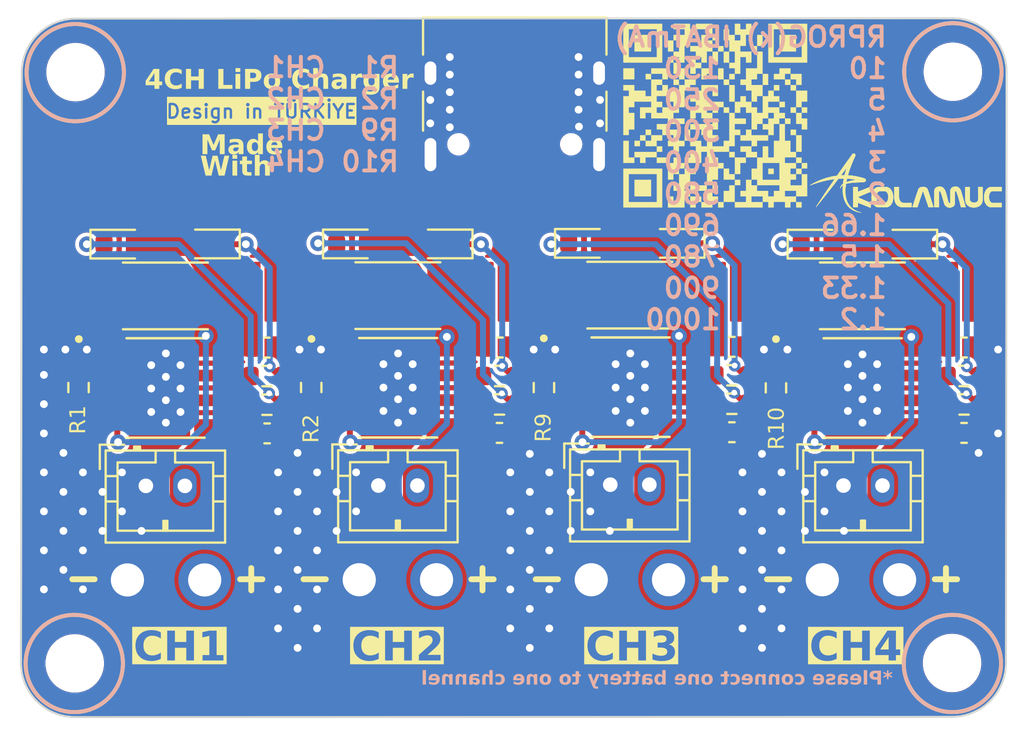
<source format=kicad_pcb>
(kicad_pcb (version 20221018) (generator pcbnew)
  (title_block (title "4CH USB Li-Po Charger") (date "2024-04-13") (rev "1.0") (company "Kolamuck Design") (comment 1 "alperen.kolamu@gmail.com") (comment 2 "Alperen KOLAMUÇ"))
  (layers (0 "F.Cu" signal) (31 "B.Cu" signal) (34 "B.Paste" user) (35 "F.Paste" user) (36 "B.SilkS" user "B.Silkscreen") (37 "F.SilkS" user "F.Silkscreen") (38 "B.Mask" user) (39 "F.Mask" user) (44 "Edge.Cuts" user))
  (net 0 "")
  (net 1 "/BAT2")
  (net 2 "GND")
  (net 3 "/BAT1")
  (net 4 "Net-(D1-A)")
  (net 5 "Net-(D2-A)")
  (net 6 "Net-(D1-K)")
  (net 7 "Net-(D2-K)")
  (net 8 "Net-(D3-K)")
  (net 9 "Net-(D4-K)")
  (net 10 "Net-(U1-PROG)")
  (net 11 "Net-(U2-PROG)")
  (net 12 "VBUS")
  (net 13 "Net-(U1-~{STDBY})")
  (net 14 "Net-(U1-~{CHRG})")
  (net 15 "Net-(U2-~{STDBY})")
  (net 16 "Net-(U2-~{CHRG})")
  (net 17 "Net-(D5-A)")
  (net 18 "Net-(D6-A)")
  (net 19 "Net-(D5-K)")
  (net 20 "Net-(D6-K)")
  (net 21 "Net-(D7-K)")
  (net 22 "Net-(D8-K)")
  (net 31 "Net-(U3-PROG)")
  (net 32 "Net-(U4-PROG)")
  (net 33 "Net-(U3-~{STDBY})")
  (net 34 "Net-(U3-~{CHRG})")
  (net 35 "Net-(U4-~{STDBY})")
  (net 36 "Net-(U4-~{CHRG})")
  (net 37 "/BAT4")
  (net 38 "/BAT3")
  (footprint "Capacitor_SMD:C_0603_1608Metric" (layer "F.Cu") (at 160.255 96.56)
    (fp_text reference "C8" hide)
    (fp_text value "10uF" hide)
  )
  (footprint "LED_SMD:LED_0603_1608Metric" (layer "F.Cu") (at 140.79 91.285)
    (fp_text reference "D1" hide)
    (fp_text value "GREEN" hide)
  )
  (footprint "MountingHole:MountingHole_2.5mm" (layer "F.Cu") (at 126.58 112.795)
    (fp_text reference "REF**" hide)
    (fp_text value "MountingHole_2.5mm" hide)
  )
  (footprint "LED_SMD:LED_0603_1608Metric" (layer "F.Cu") (at 133.5525 91.285 180)
    (fp_text reference "D4" hide)
    (fp_text value "RED" hide)
  )
  (footprint "Resistor_SMD:R_0603_1608Metric" (layer "F.Cu") (at 126.775 98.65 90)
    (fp_text reference "R2" hide)
    (fp_text value "1.2K" hide)
  )
  (footprint "Capacitor_SMD:C_0603_1608Metric" (layer "F.Cu") (at 136.44 101)
    (fp_text reference "C2" hide)
    (fp_text value "10uF" hide)
  )
  (footprint "MountingHole:MountingHole_2.5mm" (layer "F.Cu") (at 171.58 82.455)
    (fp_text reference "REF**" hide)
    (fp_text value "MountingHole_2.5mm" hide)
  )
  (footprint "Connector_JST:JST_PH_B2B-PH-K_1x02_P2.00mm_Vertical" (layer "F.Cu") (at 154.025 103.63)
    (fp_text reference "J6" hide)
    (fp_text value "PH2.0" hide)
  )
  (footprint "Connector_JST:JST_VH_B2P-VH-FB-B_1x02_P3.96mm_Vertical" (layer "F.Cu") (at 166.95 108.505)
    (fp_text reference "J9" hide)
    (fp_text value "Conn_01x02_Pin" hide)
  )
  (footprint "Connector_JST:JST_PH_B2B-PH-K_1x02_P2.00mm_Vertical" (layer "F.Cu") (at 165.975 103.675)
    (fp_text reference "J8" hide)
    (fp_text value "PH2.0" hide)
  )
  (footprint "MountingHole:MountingHole_2.5mm" (layer "F.Cu") (at 171.54 112.775)
    (fp_text reference "REF**" hide)
    (fp_text value "MountingHole_2.5mm" hide)
  )
  (footprint "Resistor_SMD:R_0603_1608Metric" (layer "F.Cu") (at 136.43 99.53)
    (fp_text reference "R7" hide)
    (fp_text value "1K" hide)
  )
  (footprint "Connector_USB:USB_C_Receptacle_HRO_TYPE-C-31-M-12" (layer "F.Cu") (at 149.13 83.575 180)
    (fp_text reference "J1" hide)
    (fp_text value "TYPE-C" hide)
  )
  (footprint "LED_SMD:LED_0603_1608Metric" (layer "F.Cu") (at 145.48 91.285 180)
    (fp_text reference "D3" hide)
    (fp_text value "RED" hide)
  )
  (footprint "Resistor_SMD:R_0603_1608Metric" (layer "F.Cu") (at 162.515 98.665 90)
    (fp_text reference "R9" hide)
    (fp_text value "1.2K" hide)
  )
  (footprint "Capacitor_SMD:C_0603_1608Metric" (layer "F.Cu") (at 160.255 100.94)
    (fp_text reference "C6" hide)
    (fp_text value "10uF" hide)
  )
  (footprint "Resistor_SMD:R_0603_1608Metric" (layer "F.Cu") (at 172.155 98.055 180)
    (fp_text reference "R14" hide)
    (fp_text value "1K" hide)
  )
  (footprint "Resistor_SMD:R_0603_1608Metric" (layer "F.Cu") (at 160.255 99.48)
    (fp_text reference "R15" hide)
    (fp_text value "1K" hide)
  )
  (footprint "Resistor_SMD:R_0603_1608Metric" (layer "F.Cu") (at 150.625 98.65 90)
    (fp_text reference "R10" hide)
    (fp_text value "1.2K" hide)
  )
  (footprint "Resistor_SMD:R_0603_1608Metric" (layer "F.Cu") (at 172.155 99.515)
    (fp_text reference "R13" hide)
    (fp_text value "1K" hide)
  )
  (footprint "LED_SMD:LED_0603_1608Metric" (layer "F.Cu") (at 164.6 91.295)
    (fp_text reference "D5" hide)
    (fp_text value "GREEN" hide)
  )
  (footprint "Resistor_SMD:R_2512_6332Metric" (layer "F.Cu") (at 166.945 93.945 180)
    (fp_text reference "R11" hide)
    (fp_text value "0.4R" hide)
  )
  (footprint "LED_SMD:LED_0603_1608Metric" (layer "F.Cu") (at 169.29 91.295 180)
    (fp_text reference "D7" hide)
    (fp_text value "RED" hide)
  )
  (footprint "LOGO" (layer "F.Cu") (at 159.4 84.7)
    (fp_text reference "G***" hide)
    (fp_text value "LOGO" hide)
  )
  (footprint "Resistor_SMD:R_2512_6332Metric" (layer "F.Cu") (at 131.225 93.95 180)
    (fp_text reference "R4" hide)
    (fp_text value "0.4R" hide)
  )
  (footprint "Capacitor_SMD:C_0603_1608Metric" (layer "F.Cu") (at 136.425 96.6)
    (fp_text reference "C4" hide)
    (fp_text value "10uF" hide)
  )
  (footprint "Capacitor_SMD:C_0603_1608Metric" (layer "F.Cu") (at 172.155 96.595)
    (fp_text reference "C7" hide)
    (fp_text value "10uF" hide)
  )
  (footprint "Library:SOP127P600X175-9N" (layer "F.Cu") (at 166.96 98.67)
    (fp_text reference "U3" hide)
    (fp_text value "TP4056" hide)
  )
  (footprint "Capacitor_SMD:C_0603_1608Metric" (layer "F.Cu") (at 148.345 100.975)
    (fp_text reference "C1" hide)
    (fp_text value "10uF" hide)
  )
  (footprint "Capacitor_SMD:C_0603_1608Metric" (layer "F.Cu") (at 172.155 100.975)
    (fp_text reference "C5" hide)
    (fp_text value "10uF" hide)
  )
  (footprint "Resistor_SMD:R_0603_1608Metric" (layer "F.Cu") (at 148.35 99.515)
    (fp_text reference "R5" hide)
    (fp_text value "1K" hide)
  )
  (footprint "Connector_JST:JST_PH_B2B-PH-K_1x02_P2.00mm_Vertical" (layer "F.Cu") (at 142.14 103.675)
    (fp_text reference "J4" hide)
    (fp_text value "PH2.0" hide)
  )
  (footprint "Library:SOP127P600X175-9N" (layer "F.Cu") (at 155.065 98.63)
    (fp_text reference "U4" hide)
    (fp_text value "TP4056" hide)
  )
  (footprint "Resistor_SMD:R_0603_1608Metric" (layer "F.Cu") (at 160.255 98.02 180)
    (fp_text reference "R16" hide)
    (fp_text value "1K" hide)
  )
  (footprint "MountingHole:MountingHole_2.5mm" (layer "F.Cu") (at 126.62 82.475)
    (fp_text reference "REF**" hide)
    (fp_text value "MountingHole_2.5mm" hide)
  )
  (footprint "Alperen:KOLAMUC_LOGO" (layer "F.Cu") (at 164.16625 89.80625)
    (fp_text reference "REF**" hide)
    (fp_text value "KOLAMUC_LOGO" hide)
  )
  (footprint "Resistor_SMD:R_2512_6332Metric" (layer "F.Cu") (at 155.025 93.91 180)
    (fp_text reference "R12" hide)
    (fp_text value "0.4R" hide)
  )
  (footprint "LED_SMD:LED_0603_1608Metric" (layer "F.Cu") (at 128.87 91.295)
    (fp_text reference "D2" hide)
    (fp_text value "GREEN" hide)
  )
  (footprint "Connector_JST:JST_VH_B2P-VH-FB-B_1x02_P3.96mm_Vertical" (layer "F.Cu") (at 143.22 108.505)
    (fp_text reference "J5" hide)
    (fp_text value "Conn_01x02_Pin" hide)
  )
  (footprint "Resistor_SMD:R_0603_1608Metric" (layer "F.Cu") (at 138.7 98.645 90)
    (fp_text reference "R1" hide)
    (fp_text value "1.2K" hide)
  )
  (footprint "Resistor_SMD:R_0603_1608Metric" (layer "F.Cu") (at 148.35 98.055 180)
    (fp_text reference "R6" hide)
    (fp_text value "1K" hide)
  )
  (footprint "Connector_JST:JST_VH_B2P-VH-FB-B_1x02_P3.96mm_Vertical" (layer "F.Cu") (at 131.34 108.515)
    (fp_text reference "J3" hide)
    (fp_text value "Conn_01x02_Pin" hide)
  )
  (footprint "Resistor_SMD:R_0603_1608Metric" (layer "F.Cu") (at 136.43 98.06 180)
    (fp_text reference "R8" hide)
    (fp_text value "1K" hide)
  )
  (footprint "LED_SMD:LED_0603_1608Metric" (layer "F.Cu") (at 157.37 91.255 180)
    (fp_text reference "D8" hide)
    (fp_text value "RED" hide)
  )
  (footprint "Connector_JST:JST_VH_B2P-VH-FB-B_1x02_P3.96mm_Vertical" (layer "F.Cu") (at 155.11 108.505)
    (fp_text reference "J7" hide)
    (fp_text value "Conn_01x02_Pin" hide)
  )
  (footprint "LED_SMD:LED_0603_1608Metric" (layer "F.Cu") (at 152.68 91.255)
    (fp_text reference "D6" hide)
    (fp_text value "GREEN" hide)
  )
  (footprint "Connector_JST:JST_PH_B2B-PH-K_1x02_P2.00mm_Vertical" (layer "F.Cu") (at 130.225 103.69)
    (fp_text reference "J2" hide)
    (fp_text value "PH2.0" hide)
  )
  (footprint "Capacitor_SMD:C_0603_1608Metric" (layer "F.Cu") (at 148.37 96.595)
    (fp_text reference "C3" hide)
    (fp_text value "10uF" hide)
  )
  (footprint "Library:SOP127P600X175-9N" (layer "F.Cu") (at 131.235 98.67)
    (fp_text reference "U2" hide)
    (fp_text value "TP4056" hide)
  )
  (footprint "Library:SOP127P600X175-9N" (layer "F.Cu") (at 143.155 98.66)
    (fp_text reference "U1" hide)
    (fp_text value "TP4056" hide)
  )
  (footprint "Resistor_SMD:R_2512_6332Metric" (layer "F.Cu") (at 143.14 93.935 180)
    (fp_text reference "R3" hide)
    (fp_text value "0.4R" hide)
  )
  (gr_circle (center 126.556925 112.8) (end 129.05 112.8) (stroke (width 0.2)) (fill none) (layer "B.SilkS"))
  (gr_circle (center 171.556925 112.8) (end 174.05 112.8) (stroke (width 0.2)) (fill none) (layer "B.SilkS"))
  (gr_circle (center 126.606925 82.5) (end 129.1 82.5) (stroke (width 0.2)) (fill none) (layer "B.SilkS"))
  (gr_circle (center 171.58 82.455) (end 174.073075 82.455) (stroke (width 0.2)) (fill none) (layer "B.SilkS"))
  (gr_circle (center 126.606925 82.5) (end 129.1 82.5) (stroke (width 0.2)) (fill none) (layer "F.SilkS"))
  (gr_circle (center 126.556925 112.8) (end 129.05 112.8) (stroke (width 0.2)) (fill none) (layer "F.SilkS"))
  (gr_circle (center 171.556925 112.8) (end 174.05 112.8) (stroke (width 0.2)) (fill none) (layer "F.SilkS"))
  (gr_circle (center 171.58 82.455) (end 174.073075 82.455) (stroke (width 0.2)) (fill none) (layer "F.SilkS"))
  (gr_line (start 123.868686 82.503686) (end 123.828686 112.776314) (stroke (width 0.1)) (layer "Edge.Cuts"))
  (gr_line (start 171.561314 79.713686) (end 126.638686 79.733686) (stroke (width 0.1)) (layer "Edge.Cuts"))
  (gr_arc (start 171.561314 79.713686) (mid 173.52 80.525) (end 174.331314 82.483686) (stroke (width 0.1)) (layer "Edge.Cuts"))
  (gr_line (start 126.598686 115.546314) (end 171.53 115.535) (stroke (width 0.1)) (layer "Edge.Cuts"))
  (gr_arc (start 126.598686 115.546314) (mid 124.64 114.735) (end 123.828686 112.776314) (stroke (width 0.1)) (layer "Edge.Cuts"))
  (gr_line (start 174.3 112.765) (end 174.331314 82.483686) (stroke (width 0.1)) (layer "Edge.Cuts"))
  (gr_arc (start 123.868686 82.503686) (mid 124.68 80.545) (end 126.638686 79.733686) (stroke (width 0.1)) (layer "Edge.Cuts"))
  (gr_arc (start 174.3 112.765) (mid 173.488686 114.723686) (end 171.53 115.535) (stroke (width 0.1)) (layer "Edge.Cuts"))
  (gr_text "*Please connect one battery to one channel" (at 168.5 114) (layer "B.SilkS") (effects (font (size 0.7 0.7) (thickness 0.1)) (justify left bottom mirror)))
  (gr_text "R1	CH1\nR2	CH2\nR9	CH3\nR10	CH4" (at 143.3 87.65) (layer "B.SilkS") (effects (font (size 1 1) (thickness 0.2) bold) (justify left bottom mirror)))
  (gr_text "RPROG(k) IBATmA)\n10	 	 130\n5 		 250\n4 		 300\n3 		 400\n2 		 580\n1.66	 690\n1.5 	 780\n1.33 	 900\n1.2 	 1000 " (at 168.3 95.75) (layer "B.SilkS") (effects (font (size 1 1) (thickness 0.2) bold) (justify left bottom mirror)))
  (gr_text "CH1" (at 129.586543 112.9) (layer "F.SilkS" knockout) (effects (font (size 1.5 1.5) (thickness 0.3) bold) (justify left bottom)))
  (gr_text "With" (at 133 87.95) (layer "F.SilkS") (effects (font (size 1 1) (thickness 0.25) bold) (justify left bottom)))
  (gr_text "-" (at 125.9 109.25) (layer "F.SilkS") (effects (font (size 1.5 1.5) (thickness 0.3) bold) (justify left bottom)))
  (gr_text "+" (at 134.5 109.25) (layer "F.SilkS") (effects (font (size 1.5 1.5) (thickness 0.3) bold) (justify left bottom)))
  (gr_text "CH2" (at 140.752082 112.9) (layer "F.SilkS" knockout) (effects (font (size 1.5 1.5) (thickness 0.3) bold) (justify left bottom)))
  (gr_text "CH4" (at 164.22 112.9) (layer "F.SilkS" knockout) (effects (font (size 1.5 1.5) (thickness 0.3) bold) (justify left bottom)))
  (gr_text "-" (at 137.75 109.25) (layer "F.SilkS") (effects (font (size 1.5 1.5) (thickness 0.3) bold) (justify left bottom)))
  (gr_text "4CH LiPo Charger" (at 130.15 83.5) (layer "F.SilkS") (effects (font (size 1 1) (thickness 0.25) bold) (justify left bottom)))
  (gr_text "R10" (at 163.05 101.85 90) (layer "F.SilkS") (effects (font (size 0.8 0.8) (thickness 0.1)) (justify left bottom)))
  (gr_text "Design in TÜRKİYE" (at 131.2 84.9) (layer "F.SilkS" knockout) (effects (font (size 0.7 0.7) (thickness 0.125)) (justify left bottom)))
  (gr_text "+" (at 170.1 109.25) (layer "F.SilkS") (effects (font (size 1.5 1.5) (thickness 0.3) bold) (justify left bottom)))
  (gr_text "R1" (at 127.25 101.05 90) (layer "F.SilkS") (effects (font (size 0.8 0.8) (thickness 0.1)) (justify left bottom)))
  (gr_text "R9" (at 151.1 101.45 90) (layer "F.SilkS") (effects (font (size 0.8 0.8) (thickness 0.1)) (justify left bottom)))
  (gr_text "R2" (at 139.2 101.5 90) (layer "F.SilkS") (effects (font (size 0.8 0.8) (thickness 0.1)) (justify left bottom)))
  (gr_text "-" (at 149.65 109.25) (layer "F.SilkS") (effects (font (size 1.5 1.5) (thickness 0.3) bold) (justify left bottom)))
  (gr_text "+" (at 158.25 109.25) (layer "F.SilkS") (effects (font (size 1.5 1.5) (thickness 0.3) bold) (justify left bottom)))
  (gr_text "CH3" (at 152.75 112.9) (layer "F.SilkS" knockout) (effects (font (size 1.5 1.5) (thickness 0.3) bold) (justify left bottom)))
  (gr_text "-" (at 161.5 109.25) (layer "F.SilkS") (effects (font (size 1.5 1.5) (thickness 0.3) bold) (justify left bottom)))
  (gr_text "Made" (at 133 86.85) (layer "F.SilkS") (effects (font (size 1 1) (thickness 0.25) bold) (justify left bottom)))
  (gr_text "+" (at 146.35 109.25) (layer "F.SilkS") (effects (font (size 1.5 1.5) (thickness 0.3) bold) (justify left bottom)))
  (segment (start 147.16 100.565) (end 147.57 100.975) (width 0.508) (layer "F.Cu") (net 1))
  (segment (start 145.63 100.565) (end 147.16 100.565) (width 0.508) (layer "F.Cu") (net 1))
  (via (at 167.7 98.65) (size 0.8) (drill 0.4) (layers "F.Cu" "B.Cu") (net 2))
  (via (at 153 105) (size 0.8) (drill 0.4) (layers "F.Cu" "B.Cu") (net 2))
  (via (at 132 98.7) (size 0.8) (drill 0.4) (layers "F.Cu" "B.Cu") (net 2))
  (via (at 145.8 84.4) (size 0.8) (drill 0.4) (layers "F.Cu" "B.Cu") (net 2))
  (via (at 166.2 97.45) (size 0.8) (drill 0.4) (layers "F.Cu" "B.Cu") (net 2))
  (via (at 151.2 96.7) (size 0.8) (drill 0.4) (layers "F.Cu" "B.Cu") (net 2))
  (via (at 165 105) (size 0.8) (drill 0.4) (layers "F.Cu" "B.Cu") (net 2))
  (via (at 127 105) (size 0.8) (drill 0.4) (layers "F.Cu" "B.Cu") (net 2))
  (via (at 162.8 105) (size 0.8) (drill 0.4) (layers "F.Cu" "B.Cu") (net 2))
  (via (at 152 104) (size 0.8) (drill 0.4) (layers "F.Cu" "B.Cu") (net 2))
  (via (at 172.9 102) (size 0.8) (drill 0.4) (layers "F.Cu" "B.Cu") (net 2))
  (via (at 153 103) (size 0.8) (drill 0.4) (layers "F.Cu" "B.Cu") (net 2))
  (via (at 155.05 98.05) (size 0.8) (drill 0.4) (layers "F.Cu" "B.Cu") (net 2))
  (via (at 162.8 111) (size 0.8) (drill 0.4) (layers "F.Cu" "B.Cu") (net 2))
  (via (at 166.2 99.85) (size 0.8) (drill 0.4) (layers "F.Cu" "B.Cu") (net 2))
  (via (at 126 104) (size 0.8) (drill 0.4) (layers "F.Cu" "B.Cu") (net 2))
  (via (at 166.95 100.45) (size 0.8) (drill 0.4) (layers "F.Cu" "B.Cu") (net 2))
  (via (at 166.2 98.65) (size 0.8) (drill 0.4) (layers "F.Cu" "B.Cu") (net 2))
  (via (at 145.8 82.6) (size 0.8) (drill 0.4) (layers "F.Cu" "B.Cu") (net 2))
  (via (at 137 107) (size 0.8) (drill 0.4) (layers "F.Cu" "B.Cu") (net 2))
  (via (at 161.8 108) (size 0.8) (drill 0.4) (layers "F.Cu" "B.Cu") (net 2))
  (via (at 152.4 84.4) (size 0.8) (drill 0.4) (layers "F.Cu" "B.Cu") (net 2))
  (via (at 143.9 99.85) (size 0.8) (drill 0.4) (layers "F.Cu" "B.Cu") (net 2))
  (via (at 154.3 99.85) (size 0.8) (drill 0.4) (layers "F.Cu" "B.Cu") (net 2))
  (via (at 143.9 98.65) (size 0.8) (drill 0.4) (layers "F.Cu" "B.Cu") (net 2))
  (via (at 166.95 99.25) (size 0.8) (drill 0.4) (layers "F.Cu" "B.Cu") (net 2))
  (via (at 155.8 98.65) (size 0.8) (drill 0.4) (layers "F.Cu" "B.Cu") (net 2))
  (via (at 137 105) (size 0.8) (drill 0.4) (layers "F.Cu" "B.Cu") (net 2))
  (via (at 148.9 109) (size 0.8) (drill 0.4) (layers "F.Cu" "B.Cu") (net 2))
  (via (at 155.05 96.9) (size 0.8) (drill 0.4) (layers "F.Cu" "B.Cu") (net 2))
  (via (at 162.8 103) (size 0.8) (drill 0.4) (layers "F.Cu" "B.Cu") (net 2))
  (via (at 125 103) (size 0.8) (drill 0.4) (layers "F.Cu" "B.Cu") (net 2))
  (via (at 166 106) (size 0.8) (drill 0.4) (layers "F.Cu" "B.Cu") (net 2))
  (via (at 164 104) (size 0.8) (drill 0.4) (layers "F.Cu" "B.Cu") (net 2))
  (via (at 150.9 111) (size 0.8) (drill 0.4) (layers "F.Cu" "B.Cu") (net 2))
  (via (at 130.5 98.7) (size 0.8) (drill 0.4) (layers "F.Cu" "B.Cu") (net 2))
  (via (at 125 109) (size 0.8) (drill 0.4) (layers "F.Cu" "B.Cu") (net 2))
  (via (at 132 97.5) (size 0.8) (drill 0.4) (layers "F.Cu" "B.Cu") (net 2))
  (via (at 149.9 108) (size 0.8) (drill 0.4) (layers "F.Cu" "B.Cu") (net 2))
  (via (at 125 99.5) (size 0.8) (drill 0.4) (layers "F.Cu" "B.Cu") (net 2))
  (via (at 167.7 97.45) (size 0.8) (drill 0.4) (layers "F.Cu" "B.Cu") (net 2))
  (via (at 152.42 85.27) (size 0.8) (drill 0.4) (layers "F.Cu" "B.Cu") (net 2))
  (via (at 149.9 112) (size 0.8) (drill 0.4) (layers "F.Cu" "B.Cu") (net 2))
  (via (at 160.8 111) (size 0.8) (drill 0.4) (layers "F.Cu" "B.Cu") (net 2))
  (via (at 150.9 107) (size 0.8) (drill 0.4) (layers "F.Cu" "B.Cu") (net 2))
  (via (at 143.15 99.25) (size 0.8) (drill 0.4) (layers "F.Cu" "B.Cu") (net 2))
  (via (at 153.5 83.9) (size 0.8) (drill 0.4) (layers "F.Cu" "B.Cu") (net 2))
  (via (at 141 103) (size 0.8) (drill 0.4) (layers "F.Cu" "B.Cu") (net 2))
  (via (at 125 96.7) (size 0.8) (drill 0.4) (layers "F.Cu" "B.Cu") (net 2))
  (via (at 160.8 107) (size 0.8) (drill 0.4) (layers "F.Cu" "B.Cu") (net 2))
  (via (at 125 101) (size 0.8) (drill 0.4) (layers "F.Cu" "B.Cu") (net 2))
  (via (at 139 109) (size 0.8) (drill 0.4) (layers "F.Cu" "B.Cu") (net 2))
  (via (at 148.9 111) (size 0.8) (drill 0.4) (layers "F.Cu" "B.Cu") (net 2))
  (via (at 160.8 109) (size 0.8) (drill 0.4) (layers "F.Cu" "B.Cu") (net 2))
  (via (at 129 103) (size 0.8) (drill 0.4) (layers "F.Cu" "B.Cu") (net 2))
  (via (at 143.9 97.45) (size 0.8) (drill 0.4) (layers "F.Cu" "B.Cu") (net 2))
  (via (at 161.8 110) (size 0.8) (drill 0.4) (layers "F.Cu" "B.Cu") (net 2))
  (via (at 143.15 98.05) (size 0.8) (drill 0.4) (layers "F.Cu" "B.Cu") (net 2))
  (via (at 138 108) (size 0.8) (drill 0.4) (layers "F.Cu" "B.Cu") (net 2))
  (via (at 125 98) (size 0.8) (drill 0.4) (layers "F.Cu" "B.Cu") (net 2))
  (via (at 162.8 107) (size 0.8) (drill 0.4) (layers "F.Cu" "B.Cu") (net 2))
  (via (at 165 103) (size 0.8) (drill 0.4) (layers "F.Cu" "B.Cu") (net 2))
  (via (at 126 108) (size 0.8) (drill 0.4) (layers "F.Cu" "B.Cu") (net 2))
  (via (at 161.8 104) (size 0.8) (drill 0.4) (layers "F.Cu" "B.Cu") (net 2))
  (via (at 138 104) (size 0.8) (drill 0.4) (layers "F.Cu" "B.Cu") (net 2))
  (via (at 161.8 106) (size 0.8) (drill 0.4) (layers "F.Cu" "B.Cu") (net 2))
  (via (at 145.8 83.5) (size 0.8) (drill 0.4) (layers "F.Cu" "B.Cu") (net 2))
  (via (at 125 105) (size 0.8) (drill 0.4) (layers "F.Cu" "B.Cu") (net 2))
  (via (at 127.2 96.7) (size 0.8) (drill 0.4) (layers "F.Cu" "B.Cu") (net 2))
  (via (at 154.3 97.45) (size 0.8) (drill 0.4) (layers "F.Cu" "B.Cu") (net 2))
  (via (at 138 102) (size 0.8) (drill 0.4) (layers "F.Cu" "B.Cu") (net 2))
  (via (at 161.8 112) (size 0.8) (drill 0.4) (layers "F.Cu" "B.Cu") (net 2))
  (via (at 161.8 102.05) (size 0.8) (drill 0.4) (layers "F.Cu" "B.Cu") (net 2))
  (via (at 140 106) (size 0.8) (drill 0.4) (layers "F.Cu" "B.Cu") (net 2))
  (via (at 143.15 100.45) (size 0.8) (drill 0.4) (layers "F.Cu" "B.Cu") (net 2))
  (via (at 137 109) (size 0.8) (drill 0.4) (layers "F.Cu" "B.Cu") (net 2))
  (via (at 127 109) (size 0.8) (drill 0.4) (layers "F.Cu" "B.Cu") (net 2))
  (via (at 149.9 104) (size 0.8) (drill 0.4) (layers "F.Cu" "B.Cu") (net 2))
  (via (at 150.9 103) (size 0.8) (drill 0.4) (layers "F.Cu" "B.Cu") (net 2))
  (via (at 137 111) (size 0.8) (drill 0.4) (layers "F.Cu" "B.Cu") (net 2))
  (via (at 155.8 99.85) (size 0.8) (drill 0.4) (layers "F.Cu" "B.Cu") (net 2))
  (via (at 154 106) (size 0.8) (drill 0.4) (layers "F.Cu" "B.Cu") (net 2))
  (via (at 142.4 98.65) (size 0.8) (drill 0.4) (layers "F.Cu" "B.Cu") (net 2))
  (via (at 149.9 106) (size 0.8) (drill 0.4) (layers "F.Cu" "B.Cu") (net 2))
  (via (at 130.5 99.9) (size 0.8) (drill 0.4) (layers "F.Cu" "B.Cu") (net 2))
  (via (at 154.3 98.65) (size 0.8) (drill 0.4) (layers "F.Cu" "B.Cu") (net 2))
  (via (at 127 103) (size 0.8) (drill 0.4) (layers "F.Cu" "B.Cu") (net 2))
  (via (at 127 107) (size 0.8) (drill 0.4) (layers "F.Cu" "B.Cu") (net 2))
  (via (at 131.25 99.3) (size 0.8) (drill 0.4) (layers "F.Cu" "B.Cu") (net 2))
  (via (at 138 106) (size 0.8) (drill 0.4) (layers "F.Cu" "B.Cu") (net 2))
  (via (at 138 110) (size 0.8) (drill 0.4) (layers "F.Cu" "B.Cu") (net 2))
  (via (at 167.7 99.85) (size 0.8) (drill 0.4) (layers "F.Cu" "B.Cu") (net 2))
  (via (at 144.8 85.1) (size 0.8) (drill 0.4) (layers "F.Cu" "B.Cu") (net 2))
  (via (at 152.4 82.6) (size 0.8) (drill 0.4) (layers "F.Cu" "B.Cu") (net 2))
  (via (at 126 106) (size 0.8) (drill 0.4) (layers "F.Cu" "B.Cu") (net 2))
  (via (at 173.9 101) (size 0.8) (drill 0.4) (layers "F.Cu" "B.Cu") (net 2))
  (via (at 138 112) (size 0.8) (drill 0.4) (layers "F.Cu" "B.Cu") (net 2))
  (via (at 139 111) (size 0.8) (drill 0.4) (layers "F.Cu" "B.Cu") (net 2))
  (via (at 139 107) (size 0.8) (drill 0.4) (layers "F.Cu" "B.Cu") (net 2))
  (via (at 150.9 105) (size 0.8) (drill 0.4) (layers "F.Cu" "B.Cu") (net 2))
  (via (at 148.9 107) (size 0.8) (drill 0.4) (layers "F.Cu" "B.Cu") (net 2))
  (via (at 152 106) (size 0.8) (drill 0.4) (layers "F.Cu" "B.Cu") (net 2))
  (via (at 139 105) (size 0.8) (drill 0.4) (layers "F.Cu" "B.Cu") (net 2))
  (via (at 163.1 96.7) (size 0.8) (drill 0.4) (layers "F.Cu" "B.Cu") (net 2))
  (via (at 160.8 103) (size 0.8) (drill 0.4) (layers "F.Cu" "B.Cu") (net 2))
  (via (at 128 106) (size 0.8) (drill 0.4) (layers "F.Cu" "B.Cu") (net 2))
  (via (at 142.4 99.85) (size 0.8) (drill 0.4) (layers "F.Cu" "B.Cu") (net 2))
  (via (at 148.9 103) (size 0.8) (drill 0.4) (layers "F.Cu" "B.Cu") (net 2))
  (via (at 143.15 96.9) (size 0.8) (drill 0.4) (layers "F.Cu" "B.Cu") (net 2))
  (via (at 137 103) (size 0.8) (drill 0.4) (layers "F.Cu" "B.Cu") (net 2))
  (via (at 131.25 98.1) (size 0.8) (drill 0.4) (layers "F.Cu" "B.Cu") (net 2))
  (via (at 155.05 99.25) (size 0.8) (drill 0.4) (layers "F.Cu" "B.Cu") (net 2))
  (via (at 132 99.9) (size 0.8) (drill 0.4) (layers "F.Cu" "B.Cu") (net 2))
  (via (at 131.25 96.9) (size 0.8) (drill 0.4) (layers "F.Cu" "B.Cu") (net 2))
  (via (at 126 102) (size 0.8) (drill 0.4) (layers "F.Cu" "B.Cu") (net 2))
  (via (at 164 106) (size 0.8) (drill 0.4) (layers "F.Cu" "B.Cu") (net 2))
  (via (at 142.4 97.45) (size 0.8) (drill 0.4) (layers "F.Cu" "B.Cu") (net 2))
  (via (at 130 106) (size 0.8) (drill 0.4) (layers "F.Cu" "B.Cu") (net 2))
  (via (at 140 104) (size 0.8) (drill 0.4) (layers "F.Cu" "B.Cu") (net 2))
  (via (at 149.9 110) (size 0.8) (drill 0.4) (layers "F.Cu" "B.Cu") (net 2))
  (via (at 126.1 96.7) (size 0.8) (drill 0.4) (layers "F.Cu" "B.Cu") (net 2))
  (via (at 130.5 97.5) (size 0.8) (drill 0.4) (layers "F.Cu" "B.Cu") (net 2))
  (via (at 128 104) (size 0.8) (drill 0.4) (layers "F.Cu" "B.Cu") (net 2))
  (via (at 155.8 97.45) (size 0.8) (drill 0.4) (layers "F.Cu" "B.Cu") (net 2))
  (via (at 160.8 105) (size 0.8) (drill 0.4) (layers "F.Cu" "B.Cu") (net 2))
  (via (at 138.1 96.7) (size 0.8) (drill 0.4) (layers "F.Cu" "B.Cu") (net 2))
  (via (at 150.9 109) (size 0.8) (drill 0.4) (layers "F.Cu" "B.Cu") (net 2))
  (via (at 149.9 102.05) (size 0.8) (drill 0.4) (layers "F.Cu" "B.Cu") (net 2))
  (via (at 145.8 85.3) (size 0.8) (drill 0.4) (layers "F.Cu" "B.Cu") (net 2))
  (via (at 153.5 85.1) (size 0.8) (drill 0.4) (layers "F.Cu" "B.Cu") (net 2))
  (via (at 173.9 96.7) (size 0.8) (drill 0.4) (layers "F.Cu" "B.Cu") (net 2))
  (via (at 125 107) (size 0.8) (drill 0.4) (layers "F.Cu" "B.Cu") (net 2))
  (via (at 162.8 109) (size 0.8) (drill 0.4) (layers "F.Cu" "B.Cu") (net 2))
  (via (at 166.95 98.05) (size 0.8) (drill 0.4) (layers "F.Cu" "B.Cu") (net 2))
  (via (at 131.25 100.45) (size 0.8) (drill 0.4) (layers "F.Cu" "B.Cu") (net 2))
  (via (at 129 105) (size 0.8) (drill 0.4) (layers "F.Cu" "B.Cu") (net 2))
  (via (at 139.2 96.7) (size 0.8) (drill 0.4) (layers "F.Cu" "B.Cu") (net 2))
  (via (at 161.9 96.7) (size 0.8) (drill 0.4) (layers "F.Cu" "B.Cu") (net 2))
  (via (at 150.1 96.7) (size 0.8) (drill 0.4) (layers "F.Cu" "B.Cu") (net 2))
  (via (at 144.8 83.9) (size 0.8) (drill 0.4) (layers "F.Cu" "B.Cu") (net 2))
  (via (at 145.8 81.7) (size 0.8) (drill 0.4) (layers "F.Cu" "B.Cu") (net 2))
  (via (at 141 105) (size 0.8) (drill 0.4) (layers "F.Cu" "B.Cu") (net 2))
  (via (at 148.9 105) (size 0.8) (drill 0.4) (layers "F.Cu" "B.Cu") (net 2))
  (via (at 139 103) (size 0.8) (drill 0.4) (layers "F.Cu" "B.Cu") (net 2))
  (via (at 166.95 96.95) (size 0.8) (drill 0.4) (layers "F.Cu" "B.Cu") (net 2))
  (via (at 152.4 81.7) (size 0.8) (drill 0.4) (layers "F.Cu" "B.Cu") (net 2))
  (via (at 155.05 100.45) (size 0.8) (drill 0.4) (layers "F.Cu" "B.Cu") (net 2))
  (via (at 152.4 83.5) (size 0.8) (drill 0.4) (layers "F.Cu" "B.Cu") (net 2))
  (segment (start 133.71 100.575) (end 135.24 100.575) (width 0.508) (layer "F.Cu") (net 3))
  (segment (start 135.24 100.575) (end 135.665 101) (width 0.508) (layer "F.Cu") (net 3))
  (segment (start 140.68 100.565) (end 140.68 101.43) (width 0.3048) (layer "F.Cu") (net 4))
  (segment (start 140.68 101.43) (end 140.7 101.45) (width 0.3048) (layer "F.Cu") (net 4))
  (via (at 140.7 101.45) (size 0.8) (drill 0.4) (layers "F.Cu" "B.Cu") (net 4))
  (via (at 145.65 96.05) (size 0.8) (drill 0.4) (layers "F.Cu" "B.Cu") (net 4))
  (segment (start 145.65 100.5) (end 145.65 96.05) (width 0.3048) (layer "B.Cu") (net 4))
  (segment (start 140.7 101.45) (end 144.7 101.45) (width 0.3048) (layer "B.Cu") (net 4))
  (segment (start 144.7 101.45) (end 145.65 100.5) (width 0.3048) (layer "B.Cu") (net 4))
  (segment (start 128.76 100.575) (end 128.76 101.41) (width 0.3048) (layer "F.Cu") (net 5))
  (segment (start 128.76 101.41) (end 128.8 101.45) (width 0.3048) (layer "F.Cu") (net 5))
  (segment (start 132.755 91.295) (end 132.765 91.285) (width 0.508) (layer "F.Cu") (net 5))
  (via (at 128.8 101.45) (size 0.8) (drill 0.4) (layers "F.Cu" "B.Cu") (net 5))
  (via (at 133.3 96) (size 0.8) (drill 0.4) (layers "F.Cu" "B.Cu") (net 5))
  (segment (start 128.8 101.45) (end 132.4 101.45) (width 0.3048) (layer "B.Cu") (net 5))
  (segment (start 132.4 101.45) (end 133.1 100.75) (width 0.3048) (layer "B.Cu") (net 5))
  (segment (start 133.1 100.75) (end 133.3 100.55) (width 0.3048) (layer "B.Cu") (net 5))
  (segment (start 133.3 100.55) (end 133.3 96) (width 0.3048) (layer "B.Cu") (net 5))
  (segment (start 149.036511 99.515) (end 148.468288 98.946777) (width 0.3048) (layer "F.Cu") (net 6))
  (segment (start 139.05 91.25) (end 139.9675 91.25) (width 0.3048) (layer "F.Cu") (net 6))
  (segment (start 149.175 99.515) (end 149.036511 99.515) (width 0.3048) (layer "F.Cu") (net 6))
  (segment (start 139.9675 91.25) (end 140.0025 91.285) (width 0.3048) (layer "F.Cu") (net 6))
  (via (at 148.468288 98.946777) (size 0.6048) (drill 0.3) (layers "F.Cu" "B.Cu") (net 6))
  (via (at 139.05 91.25) (size 0.8) (drill 0.4) (layers "F.Cu" "B.Cu") (net 6))
  (segment (start 143.9 91.6) (end 143.55 91.25) (width 0.3048) (layer "B.Cu") (net 6))
  (segment (start 143.55 91.25) (end 139.05 91.25) (width 0.3048) (layer "B.Cu") (net 6))
  (segment (start 148.468288 98.946777) (end 147.5 97.978489) (width 0.3048) (layer "B.Cu") (net 6))
  (segment (start 147.5 97.1) (end 147.5 95.2) (width 0.3048) (layer "B.Cu") (net 6))
  (segment (start 147.5 97.978489) (end 147.5 97.1) (width 0.3048) (layer "B.Cu") (net 6))
  (segment (start 147.5 95.2) (end 143.9 91.6) (width 0.3048) (layer "B.Cu") (net 6))
  (segment (start 137.125185 99.53) (end 136.542297 98.947112) (width 0.3048) (layer "F.Cu") (net 7))
  (segment (start 127.2 91.3) (end 128.0775 91.3) (width 0.3048) (layer "F.Cu") (net 7))
  (segment (start 128.0775 91.3) (end 128.0825 91.295) (width 0.3048) (layer "F.Cu") (net 7))
  (segment (start 137.255 99.53) (end 137.125185 99.53) (width 0.3048) (layer "F.Cu") (net 7))
  (via (at 136.542297 98.947112) (size 0.6048) (drill 0.3) (layers "F.Cu" "B.Cu") (net 7))
  (via (at 127.2 91.3) (size 0.8) (drill 0.4) (layers "F.Cu" "B.Cu") (net 7))
  (segment (start 131.9 91.3) (end 127.2 91.3) (width 0.3048) (layer "B.Cu") (net 7))
  (segment (start 136.45 98.8) (end 135.6 97.95) (width 0.3048) (layer "B.Cu") (net 7))
  (segment (start 135.6 95) (end 131.9 91.3) (width 0.3048) (layer "B.Cu") (net 7))
  (segment (start 135.6 97.95) (end 135.6 95) (width 0.3048) (layer "B.Cu") (net 7))
  (segment (start 148.999762 98.055) (end 148.486579 97.541817) (width 0.3048) (layer "F.Cu") (net 8))
  (segment (start 147.4 91.3) (end 146.2825 91.3) (width 0.3048) (layer "F.Cu") (net 8))
  (segment (start 146.2825 91.3) (end 146.2675 91.285) (width 0.3048) (layer "F.Cu") (net 8))
  (segment (start 149.175 98.055) (end 148.999762 98.055) (width 0.3048) (layer "F.Cu") (net 8))
  (via (at 148.486579 97.541817) (size 0.6048) (drill 0.3) (layers "F.Cu" "B.Cu") (net 8))
  (via (at 147.4 91.3) (size 0.8) (drill 0.4) (layers "F.Cu" "B.Cu") (net 8))
  (segment (start 148.486579 92.386579) (end 147.4 91.3) (width 0.3048) (layer "B.Cu") (net 8))
  (segment (start 148.486579 97.541817) (end 148.486579 92.386579) (width 0.3048) (layer "B.Cu") (net 8))
  (segment (start 137.065744 98.06) (end 136.572219 97.566475) (width 0.3048) (layer "F.Cu") (net 9))
  (segment (start 137.255 98.06) (end 137.065744 98.06) (width 0.3048) (layer "F.Cu") (net 9))
  (segment (start 135.35 91.3) (end 134.355 91.3) (width 0.3048) (layer "F.Cu") (net 9))
  (segment (start 134.355 91.3) (end 134.34 91.285) (width 0.3048) (layer "F.Cu") (net 9))
  (via (at 135.35 91.3) (size 0.8) (drill 0.4) (layers "F.Cu" "B.Cu") (net 9))
  (via (at 136.572219 97.566475) (size 0.6048) (drill 0.3) (layers "F.Cu" "B.Cu") (net 9))
  (segment (start 136.572219 92.522219) (end 135.35 91.3) (width 0.3048) (layer "B.Cu") (net 9))
  (segment (start 136.572219 97.566475) (end 136.572219 92.522219) (width 0.3048) (layer "B.Cu") (net 9))
  (segment (start 138.905 98.025) (end 138.7 97.82) (width 0.508) (layer "F.Cu") (net 10))
  (segment (start 140.68 98.025) (end 138.905 98.025) (width 0.508) (layer "F.Cu") (net 10))
  (segment (start 126.985 98.035) (end 126.775 97.825) (width 0.508) (layer "F.Cu") (net 11))
  (segment (start 128.76 98.035) (end 126.985 98.035) (width 0.508) (layer "F.Cu") (net 11))
  (segment (start 147.305 99.295) (end 147.525 99.515) (width 0.508) (layer "F.Cu") (net 13))
  (segment (start 145.63 99.295) (end 147.305 99.295) (width 0.508) (layer "F.Cu") (net 13))
  (segment (start 147.495 98.025) (end 147.525 98.055) (width 0.508) (layer "F.Cu") (net 14))
  (segment (start 145.63 98.025) (end 147.495 98.025) (width 0.508) (layer "F.Cu") (net 14))
  (segment (start 133.71 99.305) (end 135.38 99.305) (width 0.508) (layer "F.Cu") (net 15))
  (segment (start 135.38 99.305) (end 135.605 99.53) (width 0.508) (layer "F.Cu") (net 15))
  (segment (start 135.58 98.035) (end 135.605 98.06) (width 0.508) (layer "F.Cu") (net 16))
  (segment (start 133.71 98.035) (end 135.58 98.035) (width 0.508) (layer "F.Cu") (net 16))
  (segment (start 164.485 100.575) (end 164.485 101.435) (width 0.3048) (layer "F.Cu") (net 17))
  (segment (start 164.485 101.435) (end 164.5 101.45) (width 0.3048) (layer "F.Cu") (net 17))
  (via (at 169.45 96.05) (size 0.8) (drill 0.4) (layers "F.Cu" "B.Cu") (net 17))
  (via (at 164.5 101.45) (size 0.8) (drill 0.4) (layers "F.Cu" "B.Cu") (net 17))
  (segment (start 169.45 100.4) (end 169.45 96.05) (width 0.3048) (layer "B.Cu") (net 17))
  (segment (start 168.4 101.45) (end 169.45 100.4) (width 0.3048) (layer "B.Cu") (net 17))
  (segment (start 164.5 101.45) (end 168.4 101.45) (width 0.3048) (layer "B.Cu") (net 17))
  (segment (start 152.59 100.535) (end 152.59 101.44) (width 0.3048) (layer "F.Cu") (net 18))
  (segment (start 152.59 101.44) (end 152.6 101.45) (width 0.3048) (layer "F.Cu") (net 18))
  (via (at 157.55 96) (size 0.8) (drill 0.4) (layers "F.Cu" "B.Cu") (net 18))
  (via (at 152.6 101.45) (size 0.8) (drill 0.4) (layers "F.Cu" "B.Cu") (net 18))
  (segment (start 152.6 101.45) (end 156.55 101.45) (width 0.3048) (layer "B.Cu") (net 18))
  (segment (start 156.55 101.45) (end 157.55 100.45) (width 0.3048) (layer "B.Cu") (net 18))
  (segment (start 157.55 100.45) (end 157.55 96) (width 0.3048) (layer "B.Cu") (net 18))
  (segment (start 162.85 91.3) (end 163.8075 91.3) (width 0.3048) (layer "F.Cu") (net 19))
  (segment (start 172.84218 99.515) (end 172.273613 98.946433) (width 0.3048) (layer "F.Cu") (net 19))
  (segment (start 163.8075 91.3) (end 163.8125 91.295) (width 0.3048) (layer "F.Cu") (net 19))
  (segment (start 172.98 99.515) (end 172.84218 99.515) (width 0.3048) (layer "F.Cu") (net 19))
  (via (at 172.273613 98.946433) (size 0.6048) (drill 0.3) (layers "F.Cu" "B.Cu") (net 19))
  (via (at 162.85 91.3) (size 0.8) (drill 0.4) (layers "F.Cu" "B.Cu") (net 19))
  (segment (start 168.3 91.3) (end 162.85 91.3) (width 0.3048) (layer "B.Cu") (net 19))
  (segment (start 172.273613 98.946433) (end 171.35 98.02282) (width 0.3048) (layer "B.Cu") (net 19))
  (segment (start 171.35 98.02282) (end 171.35 94.35) (width 0.3048) (layer "B.Cu") (net 19))
  (segment (start 171.35 94.35) (end 168.3 91.3) (width 0.3048) (layer "B.Cu") (net 19))
  (segment (start 160.942196 99.48) (end 160.373603 98.911407) (width 0.3048) (layer "F.Cu") (net 20))
  (segment (start 161.08 99.48) (end 160.942196 99.48) (width 0.3048) (layer "F.Cu") (net 20))
  (segment (start 151 91.3) (end 151.8475 91.3) (width 0.3048) (layer "F.Cu") (net 20))
  (segment (start 151.8475 91.3) (end 151.8925 91.255) (width 0.3048) (layer "F.Cu") (net 20))
  (via (at 160.373603 98.911407) (size 0.6048) (drill 0.3) (layers "F.Cu" "B.Cu") (net 20))
  (via (at 151 91.3) (size 0.8) (drill 0.4) (layers "F.Cu" "B.Cu") (net 20))
  (segment (start 156.35 91.3) (end 151 91.3) (width 0.3048) (layer "B.Cu") (net 20))
  (segment (start 159.5 97.45) (end 159.5 94.45) (width 0.3048) (layer "B.Cu") (net 20))
  (segment (start 159.5 94.45) (end 156.35 91.3) (width 0.3048) (layer "B.Cu") (net 20))
  (segment (start 159.5 98.037804) (end 159.5 97.45) (width 0.3048) (layer "B.Cu") (net 20))
  (segment (start 160.373603 98.911407) (end 159.5 98.037804) (width 0.3048) (layer "B.Cu") (net 20))
  (segment (start 172.98 98.055) (end 172.792966 98.055) (width 0.3048) (layer "F.Cu") (net 21))
  (segment (start 172.792966 98.055) (end 172.295866 97.5579) (width 0.3048) (layer "F.Cu") (net 21))
  (segment (start 171.05 91.3) (end 170.0825 91.3) (width 0.3048) (layer "F.Cu") (net 21))
  (segment (start 170.0825 91.3) (end 170.0775 91.295) (width 0.3048) (layer "F.Cu") (net 21))
  (via (at 172.295866 97.5579) (size 0.6048) (drill 0.3) (layers "F.Cu" "B.Cu") (net 21))
  (via (at 171.05 91.3) (size 0.8) (drill 0.4) (layers "F.Cu" "B.Cu") (net 21))
  (segment (start 172.295866 97.5579) (end 172.295866 92.545866) (width 0.3048) (layer "B.Cu") (net 21))
  (segment (start 172.295866 92.545866) (end 171.05 91.3) (width 0.3048) (layer "B.Cu") (net 21))
  (segment (start 159.25 91.25) (end 158.1625 91.25) (width 0.3048) (layer "F.Cu") (net 22))
  (segment (start 158.1625 91.25) (end 158.1575 91.255) (width 0.3048) (layer "F.Cu") (net 22))
  (segment (start 161.08 98.02) (end 160.892964 98.02) (width 0.3048) (layer "F.Cu") (net 22))
  (segment (start 160.892964 98.02) (end 160.395861 97.522897) (width 0.3048) (layer "F.Cu") (net 22))
  (via (at 160.395861 97.522897) (size 0.6048) (drill 0.3) (layers "F.Cu" "B.Cu") (net 22))
  (via (at 159.25 91.25) (size 0.8) (drill 0.4) (layers "F.Cu" "B.Cu") (net 22))
  (segment (start 160.395861 92.395861) (end 159.25 91.25) (width 0.3048) (layer "B.Cu") (net 22))
  (segment (start 160.395861 97.522897) (end 160.395861 92.395861) (width 0.3048) (layer "B.Cu") (net 22))
  (segment (start 164.485 98.035) (end 162.71 98.035) (width 0.508) (layer "F.Cu") (net 31))
  (segment (start 162.71 98.035) (end 162.515 97.84) (width 0.508) (layer "F.Cu") (net 31))
  (segment (start 150.795 97.995) (end 150.625 97.825) (width 0.508) (layer "F.Cu") (net 32))
  (segment (start 152.59 97.995) (end 150.795 97.995) (width 0.508) (layer "F.Cu") (net 32))
  (segment (start 169.435 99.305) (end 171.12 99.305) (width 0.508) (layer "F.Cu") (net 33))
  (segment (start 171.12 99.305) (end 171.33 99.515) (width 0.508) (layer "F.Cu") (net 33))
  (segment (start 169.435 98.035) (end 171.31 98.035) (width 0.508) (layer "F.Cu") (net 34))
  (segment (start 171.31 98.035) (end 171.33 98.055) (width 0.508) (layer "F.Cu") (net 34))
  (segment (start 157.54 99.265) (end 159.215 99.265) (width 0.508) (layer "F.Cu") (net 35))
  (segment (start 159.215 99.265) (end 159.43 99.48) (width 0.508) (layer "F.Cu") (net 35))
  (segment (start 159.405 97.995) (end 159.43 98.02) (width 0.508) (layer "F.Cu") (net 36))
  (segment (start 157.54 97.995) (end 159.405 97.995) (width 0.508) (layer "F.Cu") (net 36))
  (segment (start 170.98 100.575) (end 171.38 100.975) (width 0.508) (layer "F.Cu") (net 37))
  (segment (start 169.435 100.575) (end 170.98 100.575) (width 0.508) (layer "F.Cu") (net 37))
  (segment (start 157.54 100.535) (end 159.075 100.535) (width 0.508) (layer "F.Cu") (net 38))
  (segment (start 159.075 100.535) (end 159.48 100.94) (width 0.508) (layer "F.Cu") (net 38))
  (zone (net 12) (net_name "VBUS") (layer "F.Cu") (name "VBUS") (connect_pads yes (clearance 0.1524)) (min_thickness 0.1524) (fill yes (thermal_gap 0.1524) (thermal_bridge_width 0.1524))
    (polygon (pts (xy 123 79.025) (xy 175 79.025) (xy 175 95.275) (xy 123 95.275)))
  )
  (zone (net 18) (net_name "Net-(D6-A)") (layer "F.Cu") (name "Net-(D6-A)") (priority 3) (connect_pads yes (clearance 0.1524)) (min_thickness 0.1524) (fill yes (thermal_gap 0.1524) (thermal_bridge_width 0.1524))
    (polygon (pts (xy 153.05 90.8) (xy 153.05 91.9) (xy 156.1 91.9) (xy 156.55 92.6) (xy 156.55 97.05) (xy 159.95 97.05) (xy 159.95 92.2) (xy 157.75 92.2) (xy 157.25 91.45) (xy 157.25 90.8)))
  )
  (zone (net 3) (net_name "/BAT1") (layer "F.Cu") (name "BAT1") (priority 2) (connect_pads yes (clearance 0.1524)) (min_thickness 0.1524) (fill yes (thermal_gap 0.1524) (thermal_bridge_width 0.1524) (island_removal_mode 1) (island_area_min 10))
    (polygon (pts (xy 131.45 110.775) (xy 136.2 110.775) (xy 136.2 100.275) (xy 132.7 100.275) (xy 132.7 101.275) (xy 131.45 102.525)))
  )
  (zone (net 37) (net_name "/BAT4") (layer "F.Cu") (name "BAT4") (priority 2) (connect_pads yes (clearance 0.1524)) (min_thickness 0.1524) (fill yes (thermal_gap 0.1524) (thermal_bridge_width 0.1524) (island_removal_mode 1) (island_area_min 10))
    (polygon (pts (xy 167.2 110.825) (xy 171.8 110.825) (xy 171.8 100.225) (xy 168.4 100.225) (xy 168.4 101.225) (xy 167.2 102.625)))
  )
  (zone (net 1) (net_name "/BAT2") (layer "F.Cu") (name "BAT2") (priority 2) (connect_pads yes (clearance 0.1524)) (min_thickness 0.1524) (fill yes (thermal_gap 0.1524) (thermal_bridge_width 0.1524) (island_removal_mode 1) (island_area_min 10))
    (polygon (pts (xy 143.4 110.825) (xy 148 110.825) (xy 148 100.225) (xy 144.6 100.225) (xy 144.6 101.225) (xy 143.4 102.625)))
  )
  (zone (net 2) (net_name "GND") (layer "F.Cu") (name "GND") (priority 1) (connect_pads yes (clearance 0.1524)) (min_thickness 0.1524) (fill yes (thermal_gap 0.1524) (thermal_bridge_width 0.1524))
    (polygon (pts (xy 123 96.025) (xy 175 96.025) (xy 175 116.025) (xy 123 116.025)))
  )
  (zone (net 17) (net_name "Net-(D5-A)") (layer "F.Cu") (name "Net-(D5-A)") (priority 3) (connect_pads yes (clearance 0.1524)) (min_thickness 0.1524) (fill yes (thermal_gap 0.1524) (thermal_bridge_width 0.1524))
    (polygon (pts (xy 164.95 90.8) (xy 164.95 91.9) (xy 168 91.9) (xy 168.45 92.6) (xy 168.45 97.05) (xy 171.85 97.05) (xy 171.85 92.2) (xy 169.65 92.2) (xy 169.15 91.45) (xy 169.15 90.8)))
  )
  (zone (net 5) (net_name "Net-(D2-A)") (layer "F.Cu") (name "Net-(D2-A)") (priority 3) (connect_pads yes (clearance 0.1524)) (min_thickness 0.1524) (fill yes (thermal_gap 0.1524) (thermal_bridge_width 0.1524))
    (polygon (pts (xy 129.2 90.8) (xy 129.2 91.9) (xy 132.25 91.9) (xy 132.7 92.6) (xy 132.7 97.05) (xy 136.1 97.05) (xy 136.1 92.2) (xy 133.9 92.2) (xy 133.4 91.45) (xy 133.4 90.8)))
  )
  (zone (net 38) (net_name "/BAT3") (layer "F.Cu") (name "BAT3") (priority 2) (connect_pads yes (clearance 0.1524)) (min_thickness 0.1524) (fill yes (thermal_gap 0.1524) (thermal_bridge_width 0.1524) (island_removal_mode 1) (island_area_min 10))
    (polygon (pts (xy 155.25 110.775) (xy 160 110.775) (xy 160 100.275) (xy 156.5 100.275) (xy 156.5 101.275) (xy 155.25 102.525)))
  )
  (zone (net 4) (net_name "Net-(D1-A)") (layer "F.Cu") (name "Net-(D1-A)") (priority 3) (connect_pads yes (clearance 0.1524)) (min_thickness 0.1524) (fill yes (thermal_gap 0.1524) (thermal_bridge_width 0.1524))
    (polygon (pts (xy 141.15 90.8) (xy 141.15 91.9) (xy 144.2 91.9) (xy 144.65 92.6) (xy 144.65 97.05) (xy 148.05 97.05) (xy 148.05 92.2) (xy 145.85 92.2) (xy 145.35 91.45) (xy 145.35 90.8)))
  )
  (zone (net 2) (net_name "GND") (layers "F&B.Cu") (name "GND") (priority 1) (connect_pads yes (clearance 0.1524)) (min_thickness 0.1524) (fill yes (thermal_gap 0.1524) (thermal_bridge_width 0.1524))
    (polygon (pts (xy 154.25 88.525) (xy 154.25 81.275) (xy 152 81.275) (xy 152 88.525)))
  )
  (zone (net 2) (net_name "GND") (layers "F&B.Cu") (name "GND") (priority 1) (connect_pads yes (clearance 0.1524)) (min_thickness 0.1524) (fill yes (thermal_gap 0.1524) (thermal_bridge_width 0.1524))
    (polygon (pts (xy 146.25 88.525) (xy 146.25 81.275) (xy 144 81.275) (xy 144 88.525)))
  )
  (zone (net 2) (net_name "GND") (layer "B.Cu") (name "GND") (priority 1) (connect_pads yes (clearance 0.1524)) (min_thickness 0.1524) (fill yes (thermal_gap 0.1524) (thermal_bridge_width 0.1524))
    (polygon (pts (xy 122.75 78.775) (xy 175.25 78.775) (xy 175.25 116.275) (xy 122.75 116.275)))
  )
)
</source>
